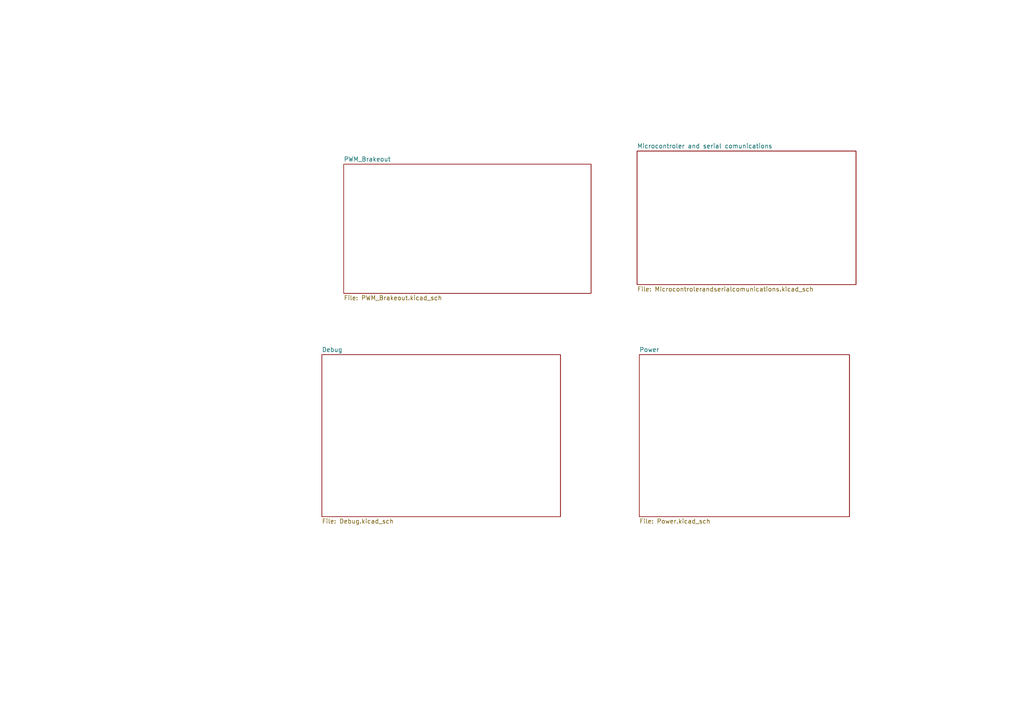
<source format=kicad_sch>
(kicad_sch (version 20211123) (generator eeschema)

  (uuid e63e39d7-6ac0-4ffd-8aa3-1841a4541b55)

  (paper "A4")

  (lib_symbols
  )


  (sheet (at 93.345 102.87) (size 69.215 46.99) (fields_autoplaced)
    (stroke (width 0.1524) (type solid) (color 0 0 0 0))
    (fill (color 0 0 0 0.0000))
    (uuid 2cd8d581-723b-40c1-996d-16e806b7842c)
    (property "Sheet name" "Debug" (id 0) (at 93.345 102.1584 0)
      (effects (font (size 1.27 1.27)) (justify left bottom))
    )
    (property "Sheet file" "Debug.kicad_sch" (id 1) (at 93.345 150.4446 0)
      (effects (font (size 1.27 1.27)) (justify left top))
    )
  )

  (sheet (at 184.785 43.815) (size 63.5 38.735) (fields_autoplaced)
    (stroke (width 0.1524) (type solid) (color 0 0 0 0))
    (fill (color 0 0 0 0.0000))
    (uuid 47041ec0-c65e-4a1d-834d-675a8e23113a)
    (property "Sheet name" "Microcontroler and serial comunications" (id 0) (at 184.785 43.1034 0)
      (effects (font (size 1.27 1.27)) (justify left bottom))
    )
    (property "Sheet file" "Microcontrolerandserialcomunications.kicad_sch" (id 1) (at 184.785 83.1346 0)
      (effects (font (size 1.27 1.27)) (justify left top))
    )
  )

  (sheet (at 185.42 102.87) (size 60.96 46.99) (fields_autoplaced)
    (stroke (width 0.1524) (type solid) (color 0 0 0 0))
    (fill (color 0 0 0 0.0000))
    (uuid 564c43d2-3de0-4d4b-b01f-da9e0ca8e56b)
    (property "Sheet name" "Power" (id 0) (at 185.42 102.1584 0)
      (effects (font (size 1.27 1.27)) (justify left bottom))
    )
    (property "Sheet file" "Power.kicad_sch" (id 1) (at 185.42 150.4446 0)
      (effects (font (size 1.27 1.27)) (justify left top))
    )
  )

  (sheet (at 99.695 47.625) (size 71.755 37.465) (fields_autoplaced)
    (stroke (width 0.1524) (type solid) (color 0 0 0 0))
    (fill (color 0 0 0 0.0000))
    (uuid 683fbb7f-330c-48db-9b1f-a226282ffdda)
    (property "Sheet name" "PWM_Brakeout" (id 0) (at 99.695 46.9134 0)
      (effects (font (size 1.27 1.27)) (justify left bottom))
    )
    (property "Sheet file" "PWM_Brakeout.kicad_sch" (id 1) (at 99.695 85.6746 0)
      (effects (font (size 1.27 1.27)) (justify left top))
    )
  )

  (sheet_instances
    (path "/" (page "1"))
    (path "/47041ec0-c65e-4a1d-834d-675a8e23113a" (page "2"))
    (path "/564c43d2-3de0-4d4b-b01f-da9e0ca8e56b" (page "3"))
    (path "/2cd8d581-723b-40c1-996d-16e806b7842c" (page "4"))
    (path "/683fbb7f-330c-48db-9b1f-a226282ffdda" (page "5"))
  )

  (symbol_instances
    (path "/47041ec0-c65e-4a1d-834d-675a8e23113a/291b383a-7068-4447-b795-d8ae796e7712"
      (reference "#PWR01") (unit 1) (value "VDD") (footprint "")
    )
    (path "/47041ec0-c65e-4a1d-834d-675a8e23113a/82b94870-9fde-4ee0-8871-ca226c2dcb2d"
      (reference "#PWR02") (unit 1) (value "+5V") (footprint "")
    )
    (path "/47041ec0-c65e-4a1d-834d-675a8e23113a/a0343b27-3f67-434c-86ce-2eda7736b87e"
      (reference "#PWR03") (unit 1) (value "GND") (footprint "")
    )
    (path "/47041ec0-c65e-4a1d-834d-675a8e23113a/404ea228-c36b-481f-a4e7-7bcff882a321"
      (reference "#PWR04") (unit 1) (value "GND") (footprint "")
    )
    (path "/47041ec0-c65e-4a1d-834d-675a8e23113a/9fe4f48f-15a9-4084-9f27-331e8f7493b7"
      (reference "#PWR05") (unit 1) (value "+5V") (footprint "")
    )
    (path "/47041ec0-c65e-4a1d-834d-675a8e23113a/bd4b2928-f266-43ea-ac09-2432375218ef"
      (reference "#PWR06") (unit 1) (value "GND") (footprint "")
    )
    (path "/47041ec0-c65e-4a1d-834d-675a8e23113a/094c6bda-eb9a-4344-9d04-8709485f450c"
      (reference "#PWR07") (unit 1) (value "GND") (footprint "")
    )
    (path "/47041ec0-c65e-4a1d-834d-675a8e23113a/ceee434c-7492-40e7-87e7-0a298b8b5880"
      (reference "#PWR08") (unit 1) (value "GND") (footprint "")
    )
    (path "/47041ec0-c65e-4a1d-834d-675a8e23113a/6557b8b1-292f-436a-9596-3bdf12218964"
      (reference "#PWR09") (unit 1) (value "GND") (footprint "")
    )
    (path "/47041ec0-c65e-4a1d-834d-675a8e23113a/80890d28-d1a2-4838-9d14-6ec205b3b50c"
      (reference "#PWR010") (unit 1) (value "+5V") (footprint "")
    )
    (path "/47041ec0-c65e-4a1d-834d-675a8e23113a/4086fbfd-f80b-45ab-ad33-1ed81ae097f7"
      (reference "#PWR011") (unit 1) (value "GND") (footprint "")
    )
    (path "/47041ec0-c65e-4a1d-834d-675a8e23113a/da8a700d-08d7-401c-80d1-6c4ffba9c596"
      (reference "#PWR012") (unit 1) (value "GND") (footprint "")
    )
    (path "/47041ec0-c65e-4a1d-834d-675a8e23113a/82e02234-3597-439c-8bd5-6f5f1655e339"
      (reference "#PWR013") (unit 1) (value "GND") (footprint "")
    )
    (path "/47041ec0-c65e-4a1d-834d-675a8e23113a/97426e2b-834a-4c66-bcb1-a37707875dad"
      (reference "#PWR014") (unit 1) (value "VCC") (footprint "")
    )
    (path "/47041ec0-c65e-4a1d-834d-675a8e23113a/3c5a357e-3e00-4637-bd1c-272d6d32595e"
      (reference "#PWR015") (unit 1) (value "GND") (footprint "")
    )
    (path "/564c43d2-3de0-4d4b-b01f-da9e0ca8e56b/36410eaa-43dc-49e0-a19c-1b03c087cd0b"
      (reference "#PWR016") (unit 1) (value "GND") (footprint "")
    )
    (path "/564c43d2-3de0-4d4b-b01f-da9e0ca8e56b/3e1c69b9-7651-4f21-863a-7e759cc60b6a"
      (reference "#PWR017") (unit 1) (value "+5V") (footprint "")
    )
    (path "/564c43d2-3de0-4d4b-b01f-da9e0ca8e56b/f35b8077-b858-4674-bce0-7707da0dc4e5"
      (reference "#PWR018") (unit 1) (value "GND") (footprint "")
    )
    (path "/2cd8d581-723b-40c1-996d-16e806b7842c/2a1e2584-d086-497a-8946-b9689169938c"
      (reference "#PWR019") (unit 1) (value "GND") (footprint "")
    )
    (path "/683fbb7f-330c-48db-9b1f-a226282ffdda/024f8a07-5b83-48ce-a7c9-a93d6afe4fcc"
      (reference "#PWR?") (unit 1) (value "GND") (footprint "")
    )
    (path "/683fbb7f-330c-48db-9b1f-a226282ffdda/097b4272-0755-4191-ab75-57cd91d3f99c"
      (reference "#PWR?") (unit 1) (value "GND") (footprint "")
    )
    (path "/683fbb7f-330c-48db-9b1f-a226282ffdda/0a332689-13ed-48a0-b38a-8d50cf0ff890"
      (reference "#PWR?") (unit 1) (value "V_B") (footprint "")
    )
    (path "/683fbb7f-330c-48db-9b1f-a226282ffdda/0b90b5d7-8ff8-4b1d-822b-94bcc3661c0f"
      (reference "#PWR?") (unit 1) (value "V_B") (footprint "")
    )
    (path "/683fbb7f-330c-48db-9b1f-a226282ffdda/0f179b8b-8a53-4037-8d9b-732a9f1a9843"
      (reference "#PWR?") (unit 1) (value "V_B") (footprint "")
    )
    (path "/683fbb7f-330c-48db-9b1f-a226282ffdda/135ba2a7-c070-4e54-afa8-92f60a0401d8"
      (reference "#PWR?") (unit 1) (value "GND") (footprint "")
    )
    (path "/683fbb7f-330c-48db-9b1f-a226282ffdda/15c40b07-736e-4bb4-8c3d-bd21dd85e722"
      (reference "#PWR?") (unit 1) (value "V_A") (footprint "")
    )
    (path "/683fbb7f-330c-48db-9b1f-a226282ffdda/29e3ec9f-5a57-4012-921c-1a2f897abe71"
      (reference "#PWR?") (unit 1) (value "GND") (footprint "")
    )
    (path "/683fbb7f-330c-48db-9b1f-a226282ffdda/35f3fdac-b90d-4154-bf9f-9459fc644a02"
      (reference "#PWR?") (unit 1) (value "V_B") (footprint "")
    )
    (path "/683fbb7f-330c-48db-9b1f-a226282ffdda/3e2795e2-aef9-4f63-a3c3-75bda374c634"
      (reference "#PWR?") (unit 1) (value "V_A") (footprint "")
    )
    (path "/683fbb7f-330c-48db-9b1f-a226282ffdda/472c23bc-5994-4d0b-9461-3410206a5d1f"
      (reference "#PWR?") (unit 1) (value "V_B") (footprint "")
    )
    (path "/683fbb7f-330c-48db-9b1f-a226282ffdda/4e599098-904d-486c-b0f7-1b5f6a04728c"
      (reference "#PWR?") (unit 1) (value "GND") (footprint "")
    )
    (path "/683fbb7f-330c-48db-9b1f-a226282ffdda/50fb4ca1-22a3-4466-ab42-e0b30b8cb45f"
      (reference "#PWR?") (unit 1) (value "GND") (footprint "")
    )
    (path "/683fbb7f-330c-48db-9b1f-a226282ffdda/5887ceb7-774d-46f3-84e9-b1a2ad2551a0"
      (reference "#PWR?") (unit 1) (value "V_A") (footprint "")
    )
    (path "/683fbb7f-330c-48db-9b1f-a226282ffdda/60a929f4-19c7-4529-ab50-9624c79235af"
      (reference "#PWR?") (unit 1) (value "V_B") (footprint "")
    )
    (path "/683fbb7f-330c-48db-9b1f-a226282ffdda/67fb34b2-a372-487a-a956-28c5956cec2d"
      (reference "#PWR?") (unit 1) (value "GND") (footprint "")
    )
    (path "/683fbb7f-330c-48db-9b1f-a226282ffdda/6aa82963-5f4c-408d-99e2-3f25669fc0c3"
      (reference "#PWR?") (unit 1) (value "V_A") (footprint "")
    )
    (path "/683fbb7f-330c-48db-9b1f-a226282ffdda/7a97b2df-219a-4974-a015-352af5ce89cf"
      (reference "#PWR?") (unit 1) (value "V_A") (footprint "")
    )
    (path "/683fbb7f-330c-48db-9b1f-a226282ffdda/7f0e2335-82fd-45d8-b3bb-715a72c9ad5b"
      (reference "#PWR?") (unit 1) (value "GND") (footprint "")
    )
    (path "/683fbb7f-330c-48db-9b1f-a226282ffdda/8bdc5de5-f121-4f67-b54a-c9fc97d22790"
      (reference "#PWR?") (unit 1) (value "V_A") (footprint "")
    )
    (path "/683fbb7f-330c-48db-9b1f-a226282ffdda/8e0aaee5-01a5-4be9-8eec-fd2953a02341"
      (reference "#PWR?") (unit 1) (value "V_A") (footprint "")
    )
    (path "/683fbb7f-330c-48db-9b1f-a226282ffdda/9f69b9fb-14c1-48ca-a3bd-6b58563fe08f"
      (reference "#PWR?") (unit 1) (value "GND") (footprint "")
    )
    (path "/683fbb7f-330c-48db-9b1f-a226282ffdda/a566817f-c538-462d-87b9-748a29a60df3"
      (reference "#PWR?") (unit 1) (value "V_B") (footprint "")
    )
    (path "/683fbb7f-330c-48db-9b1f-a226282ffdda/b8a410f9-c415-4b97-92d0-e2cb0f0b6543"
      (reference "#PWR?") (unit 1) (value "V_A") (footprint "")
    )
    (path "/683fbb7f-330c-48db-9b1f-a226282ffdda/bd8223e7-80e0-49e0-bc1a-0283f43e9608"
      (reference "#PWR?") (unit 1) (value "GND") (footprint "")
    )
    (path "/683fbb7f-330c-48db-9b1f-a226282ffdda/c0d157c8-1a8b-4612-821d-710aff7d9c6d"
      (reference "#PWR?") (unit 1) (value "GND") (footprint "")
    )
    (path "/683fbb7f-330c-48db-9b1f-a226282ffdda/c9420713-13dc-46c9-9aae-9f35c6c1b0cb"
      (reference "#PWR?") (unit 1) (value "V_A") (footprint "")
    )
    (path "/683fbb7f-330c-48db-9b1f-a226282ffdda/cc1602e3-bae7-42ae-b7d4-4e08a1837e2a"
      (reference "#PWR?") (unit 1) (value "V_B") (footprint "")
    )
    (path "/683fbb7f-330c-48db-9b1f-a226282ffdda/e902581a-cead-4d97-9cfa-7236acd9d12c"
      (reference "#PWR?") (unit 1) (value "V_B") (footprint "")
    )
    (path "/683fbb7f-330c-48db-9b1f-a226282ffdda/fa6143e9-6b0f-47ca-b5d4-d6173f31ab4f"
      (reference "#PWR?") (unit 1) (value "GND") (footprint "")
    )
    (path "/47041ec0-c65e-4a1d-834d-675a8e23113a/763c1dc6-c0c7-431c-90ce-acee4161600e"
      (reference "C1") (unit 1) (value "1uF") (footprint "Capacitor_SMD:C_0805_2012Metric_Pad1.18x1.45mm_HandSolder")
    )
    (path "/564c43d2-3de0-4d4b-b01f-da9e0ca8e56b/cd4b11ad-c15f-4f6f-94dd-ae13a97d6dfb"
      (reference "C2") (unit 1) (value "10uF") (footprint "Capacitor_SMD:C_0805_2012Metric_Pad1.18x1.45mm_HandSolder")
    )
    (path "/564c43d2-3de0-4d4b-b01f-da9e0ca8e56b/e05f1394-c9aa-4dd1-87f9-4b85db926ab9"
      (reference "C3") (unit 1) (value "10uF") (footprint "Capacitor_SMD:C_0805_2012Metric_Pad1.18x1.45mm_HandSolder")
    )
    (path "/564c43d2-3de0-4d4b-b01f-da9e0ca8e56b/b1142866-a25c-45c8-961d-5afd443845e1"
      (reference "C4") (unit 1) (value "1uF") (footprint "Capacitor_SMD:C_0805_2012Metric_Pad1.18x1.45mm_HandSolder")
    )
    (path "/564c43d2-3de0-4d4b-b01f-da9e0ca8e56b/03d0099a-42b8-404a-813f-8b93b06d2a5c"
      (reference "C5") (unit 1) (value "150Uf") (footprint "")
    )
    (path "/683fbb7f-330c-48db-9b1f-a226282ffdda/1c80bf22-6fea-4f6b-b514-2510e1e87817"
      (reference "C?") (unit 1) (value "10uF") (footprint "")
    )
    (path "/683fbb7f-330c-48db-9b1f-a226282ffdda/6bc4bf24-51ab-4e74-bea7-50037cde7ba9"
      (reference "C?") (unit 1) (value "10uF") (footprint "")
    )
    (path "/683fbb7f-330c-48db-9b1f-a226282ffdda/799c42b6-972e-4625-bc98-be6218e2bb54"
      (reference "C?") (unit 1) (value "150uF") (footprint "")
    )
    (path "/683fbb7f-330c-48db-9b1f-a226282ffdda/bd3baaf4-219d-403e-90fe-4dbd591eda2c"
      (reference "C?") (unit 1) (value "1uF") (footprint "")
    )
    (path "/683fbb7f-330c-48db-9b1f-a226282ffdda/c4cfb9c7-e76c-45ab-928d-1ebe95b26c17"
      (reference "C?") (unit 1) (value "150uF") (footprint "")
    )
    (path "/683fbb7f-330c-48db-9b1f-a226282ffdda/c78f62e9-77f3-47c9-9da7-d5504c18ffbe"
      (reference "C?") (unit 1) (value "1uF") (footprint "")
    )
    (path "/47041ec0-c65e-4a1d-834d-675a8e23113a/a290c427-0bfb-4f57-80f9-09c405976faa"
      (reference "D1") (unit 1) (value "SDA") (footprint "Diode_SMD:D_0805_2012Metric_Pad1.15x1.40mm_HandSolder")
    )
    (path "/47041ec0-c65e-4a1d-834d-675a8e23113a/79bc7c6a-3172-4e38-8a99-cf1214c9fb01"
      (reference "D2") (unit 1) (value "SCL") (footprint "Diode_SMD:D_0805_2012Metric_Pad1.15x1.40mm_HandSolder")
    )
    (path "/47041ec0-c65e-4a1d-834d-675a8e23113a/2ed17aad-6074-40d9-ae87-3055847018ba"
      (reference "D3") (unit 1) (value "1N4148") (footprint "Diode_SMD:D_0805_2012Metric_Pad1.15x1.40mm_HandSolder")
    )
    (path "/47041ec0-c65e-4a1d-834d-675a8e23113a/28387b55-159a-40f3-8b68-de256704a33c"
      (reference "D4") (unit 1) (value "LED") (footprint "Diode_SMD:D_0805_2012Metric_Pad1.15x1.40mm_HandSolder")
    )
    (path "/47041ec0-c65e-4a1d-834d-675a8e23113a/8f17dc7a-f227-484a-b3b6-6cbe66bed033"
      (reference "D5") (unit 1) (value "LED") (footprint "Diode_SMD:D_0805_2012Metric_Pad1.15x1.40mm_HandSolder")
    )
    (path "/564c43d2-3de0-4d4b-b01f-da9e0ca8e56b/a23244bc-53f6-42d4-9bec-2b4f35d62696"
      (reference "D6") (unit 1) (value "LED") (footprint "Diode_SMD:D_0805_2012Metric_Pad1.15x1.40mm_HandSolder")
    )
    (path "/2cd8d581-723b-40c1-996d-16e806b7842c/094a0c1f-b730-467c-a18f-bd93e610cadb"
      (reference "D7") (unit 1) (value "Debug 0") (footprint "Diode_SMD:D_0805_2012Metric_Pad1.15x1.40mm_HandSolder")
    )
    (path "/2cd8d581-723b-40c1-996d-16e806b7842c/e9051a94-4f43-4a04-bc17-d0c2308cd658"
      (reference "D8") (unit 1) (value "Debug 1") (footprint "Diode_SMD:D_0805_2012Metric_Pad1.15x1.40mm_HandSolder")
    )
    (path "/2cd8d581-723b-40c1-996d-16e806b7842c/306259eb-c0d2-484a-bd06-0b7f6cd63912"
      (reference "D9") (unit 1) (value "Debug 2") (footprint "Diode_SMD:D_0805_2012Metric_Pad1.15x1.40mm_HandSolder")
    )
    (path "/2cd8d581-723b-40c1-996d-16e806b7842c/b1000839-194c-4e6c-a633-8f20714c152d"
      (reference "D10") (unit 1) (value "Debug 3") (footprint "Diode_SMD:D_0805_2012Metric_Pad1.15x1.40mm_HandSolder")
    )
    (path "/2cd8d581-723b-40c1-996d-16e806b7842c/78c186a4-ba8c-4e02-9984-fd50f2d12f43"
      (reference "D11") (unit 1) (value "Debug 4") (footprint "Diode_SMD:D_0805_2012Metric_Pad1.15x1.40mm_HandSolder")
    )
    (path "/2cd8d581-723b-40c1-996d-16e806b7842c/7cfc3322-28d8-40e1-9a5f-70fd9cbf9636"
      (reference "D12") (unit 1) (value "Debug 5") (footprint "Diode_SMD:D_0805_2012Metric_Pad1.15x1.40mm_HandSolder")
    )
    (path "/2cd8d581-723b-40c1-996d-16e806b7842c/9ebb28ef-ffc4-4ed2-805f-76802270e3a3"
      (reference "D13") (unit 1) (value "Debug 6") (footprint "Diode_SMD:D_0805_2012Metric_Pad1.15x1.40mm_HandSolder")
    )
    (path "/2cd8d581-723b-40c1-996d-16e806b7842c/7640d25f-05ed-4687-8337-39b6f1e8f871"
      (reference "D14") (unit 1) (value "Debug 7") (footprint "Diode_SMD:D_0805_2012Metric_Pad1.15x1.40mm_HandSolder")
    )
    (path "/683fbb7f-330c-48db-9b1f-a226282ffdda/2dded755-4c4c-43c4-81f0-e0c0e3e63c60"
      (reference "F?") (unit 1) (value "5A") (footprint "")
    )
    (path "/683fbb7f-330c-48db-9b1f-a226282ffdda/58935427-5d38-47ae-9540-6b1468031bd7"
      (reference "F?") (unit 1) (value "5A") (footprint "")
    )
    (path "/683fbb7f-330c-48db-9b1f-a226282ffdda/ace1f601-58ff-4132-9c12-576e0677498c"
      (reference "F?") (unit 1) (value "5A") (footprint "")
    )
    (path "/683fbb7f-330c-48db-9b1f-a226282ffdda/c27993b6-8b85-4343-ba1a-f74021eabdd7"
      (reference "F?") (unit 1) (value "5A") (footprint "")
    )
    (path "/683fbb7f-330c-48db-9b1f-a226282ffdda/d5db72dd-4ca8-4afa-ac6e-b3661354db17"
      (reference "F?") (unit 1) (value "5A") (footprint "")
    )
    (path "/683fbb7f-330c-48db-9b1f-a226282ffdda/d78331d9-b459-48dd-abb8-a2bcf308c448"
      (reference "F?") (unit 1) (value "5A") (footprint "")
    )
    (path "/683fbb7f-330c-48db-9b1f-a226282ffdda/dfcea16b-9c27-449e-b21e-5bba0fa2fb62"
      (reference "F?") (unit 1) (value "5A") (footprint "")
    )
    (path "/683fbb7f-330c-48db-9b1f-a226282ffdda/eb6540c7-5dcb-40cf-a928-14c0714097fa"
      (reference "F?") (unit 1) (value "5A") (footprint "")
    )
    (path "/47041ec0-c65e-4a1d-834d-675a8e23113a/36a7b0ae-4f7f-4a84-91ed-6f8484df0d35"
      (reference "J1") (unit 1) (value "Program") (footprint "Connector_PinHeader_2.54mm:PinHeader_1x05_P2.54mm_Vertical")
    )
    (path "/47041ec0-c65e-4a1d-834d-675a8e23113a/3cfefdc7-1e98-44ba-92a5-05795334118c"
      (reference "J2") (unit 1) (value "RJ45_Shielded") (footprint "footprint library:RJ45_Shieleded_BB")
    )
    (path "/47041ec0-c65e-4a1d-834d-675a8e23113a/c734971e-7233-4a8c-bc02-a453882d3f51"
      (reference "J3") (unit 1) (value "RJ9") (footprint "footprint library:RJ11_BB")
    )
    (path "/47041ec0-c65e-4a1d-834d-675a8e23113a/a5e27e7b-26b7-488b-b092-09317e80d4a4"
      (reference "J4") (unit 1) (value "RJ9") (footprint "footprint library:RJ11_BB")
    )
    (path "/47041ec0-c65e-4a1d-834d-675a8e23113a/5adc4949-7dec-4c03-a7b9-f1965b7c54ef"
      (reference "J5") (unit 1) (value "RJ45_Shielded") (footprint "footprint library:RJ45_Shieleded_BB")
    )
    (path "/47041ec0-c65e-4a1d-834d-675a8e23113a/e1e006e0-c509-43b5-a75b-c6724238bad2"
      (reference "J6") (unit 1) (value "RJ45_Shielded") (footprint "footprint library:RJ45_Shieleded_BB")
    )
    (path "/564c43d2-3de0-4d4b-b01f-da9e0ca8e56b/57e23283-f626-4b0d-871b-f526bf246fa1"
      (reference "J8") (unit 1) (value "PWR IN") (footprint "footprint library:.04_.250_.02x2pinscrew")
    )
    (path "/683fbb7f-330c-48db-9b1f-a226282ffdda/009f2648-4246-46b9-8e7d-df751aaca620"
      (reference "J?") (unit 1) (value "RJ45_Shielded") (footprint "")
    )
    (path "/683fbb7f-330c-48db-9b1f-a226282ffdda/366aae49-3776-4add-83fe-e0a0d672cffc"
      (reference "J?") (unit 1) (value "3PinHeader") (footprint "")
    )
    (path "/683fbb7f-330c-48db-9b1f-a226282ffdda/49a482dd-5eca-4b76-a000-5cbe4ea85c40"
      (reference "J?") (unit 1) (value "3PinHeader") (footprint "")
    )
    (path "/683fbb7f-330c-48db-9b1f-a226282ffdda/79edaf00-a343-46ee-8ba3-822ac6d4cc84"
      (reference "J?") (unit 1) (value "3PinHeader") (footprint "")
    )
    (path "/683fbb7f-330c-48db-9b1f-a226282ffdda/7f3991c8-8c86-45e6-a2f8-fcc77f76f3ac"
      (reference "J?") (unit 1) (value "3PinHeader") (footprint "")
    )
    (path "/683fbb7f-330c-48db-9b1f-a226282ffdda/90fec73b-cf4e-4d49-a1cc-4059c0dfbf4f"
      (reference "J?") (unit 1) (value "2PinHeader") (footprint "")
    )
    (path "/683fbb7f-330c-48db-9b1f-a226282ffdda/9e858c87-db23-4ade-9164-f2fa12ae04f5"
      (reference "J?") (unit 1) (value "3PinHeader") (footprint "")
    )
    (path "/683fbb7f-330c-48db-9b1f-a226282ffdda/a5991598-41f8-4fe2-9d65-0c290571dd49"
      (reference "J?") (unit 1) (value "3PinHeader") (footprint "")
    )
    (path "/47041ec0-c65e-4a1d-834d-675a8e23113a/a9401542-cf01-42e0-bddb-9b7e6b6d08d2"
      (reference "J?") (unit 1) (value "RJ9") (footprint "footprint library:RJ11_BB")
    )
    (path "/683fbb7f-330c-48db-9b1f-a226282ffdda/c2d7c9c0-98a5-49a6-a5b2-4530c3904cb9"
      (reference "J?") (unit 1) (value "3PinHeader") (footprint "")
    )
    (path "/683fbb7f-330c-48db-9b1f-a226282ffdda/c3586abd-3cdc-46c5-aa0e-93b91497e5f1"
      (reference "J?") (unit 1) (value "RJ45_Shielded") (footprint "")
    )
    (path "/683fbb7f-330c-48db-9b1f-a226282ffdda/c98f7576-776e-4993-9735-b63d997bbddb"
      (reference "J?") (unit 1) (value "2PinHeader") (footprint "")
    )
    (path "/683fbb7f-330c-48db-9b1f-a226282ffdda/cc22ed48-03a9-42ac-9842-72768fb00780"
      (reference "J?") (unit 1) (value "2PinHeader") (footprint "")
    )
    (path "/683fbb7f-330c-48db-9b1f-a226282ffdda/cd2f67ca-75e4-4106-b396-8c8d9c4ecfef"
      (reference "J?") (unit 1) (value "3PinHeader") (footprint "")
    )
    (path "/683fbb7f-330c-48db-9b1f-a226282ffdda/f843aa59-5974-45a8-8f1c-4846a2800e32"
      (reference "J?") (unit 1) (value "2PinHeader") (footprint "")
    )
    (path "/47041ec0-c65e-4a1d-834d-675a8e23113a/b5170250-a606-44ae-b951-6d3b6c9f37a7"
      (reference "JP1") (unit 1) (value "Jumper_3_Bridged12") (footprint "Connector_PinHeader_1.00mm:PinHeader_1x03_P1.00mm_Vertical")
    )
    (path "/47041ec0-c65e-4a1d-834d-675a8e23113a/6f78a784-4ebe-4ccb-8745-33ba00fe3cf6"
      (reference "JP2") (unit 1) (value "SDA") (footprint "Connector_PinHeader_2.54mm:PinHeader_1x02_P2.54mm_Vertical")
    )
    (path "/47041ec0-c65e-4a1d-834d-675a8e23113a/72c0c800-5d4d-4bb3-a535-9af4d0b1998c"
      (reference "JP3") (unit 1) (value "Jumper_3_Bridged12") (footprint "Connector_PinHeader_1.00mm:PinHeader_1x03_P1.00mm_Vertical")
    )
    (path "/47041ec0-c65e-4a1d-834d-675a8e23113a/9b5781de-cdeb-4fbe-aeac-0383d32f656b"
      (reference "JP4") (unit 1) (value "SCL") (footprint "Connector_PinHeader_2.54mm:PinHeader_1x02_P2.54mm_Vertical")
    )
    (path "/47041ec0-c65e-4a1d-834d-675a8e23113a/707e62db-8ed4-4d66-a44c-7ad1cb4b1b6c"
      (reference "JP5") (unit 1) (value "Jumper_3_Bridged12") (footprint "Connector_PinHeader_1.00mm:PinHeader_1x03_P1.00mm_Vertical")
    )
    (path "/47041ec0-c65e-4a1d-834d-675a8e23113a/40aa26c6-34a9-4cce-b899-82a2ebf4c7a8"
      (reference "JP6") (unit 1) (value "Jumper_3_Bridged12") (footprint "Connector_PinHeader_1.00mm:PinHeader_1x03_P1.00mm_Vertical")
    )
    (path "/2cd8d581-723b-40c1-996d-16e806b7842c/ae6f7838-7bae-465a-871f-6f6089ceb79b"
      (reference "JP7") (unit 1) (value "Jumper_2_Bridged") (footprint "Connector_PinHeader_1.00mm:PinHeader_1x02_P1.00mm_Vertical")
    )
    (path "/683fbb7f-330c-48db-9b1f-a226282ffdda/092ce8d8-ff68-4972-b6de-b67bdf8f8cc0"
      (reference "JP?") (unit 1) (value "PWR_Select") (footprint "")
    )
    (path "/683fbb7f-330c-48db-9b1f-a226282ffdda/40c38e43-2516-4e16-8a0b-87eb4892d015"
      (reference "JP?") (unit 1) (value "PWR_Select") (footprint "")
    )
    (path "/683fbb7f-330c-48db-9b1f-a226282ffdda/49c2bd15-689c-4974-b8bd-704968448e8d"
      (reference "JP?") (unit 1) (value "R0_Passthrough") (footprint "")
    )
    (path "/683fbb7f-330c-48db-9b1f-a226282ffdda/5238ec0b-6c2d-4507-92d3-6e9455b9d491"
      (reference "JP?") (unit 1) (value "PWR_Select") (footprint "")
    )
    (path "/683fbb7f-330c-48db-9b1f-a226282ffdda/5daf58ee-6192-4ff2-b954-824d28711c1b"
      (reference "JP?") (unit 1) (value "R1_Passthrough") (footprint "")
    )
    (path "/683fbb7f-330c-48db-9b1f-a226282ffdda/69eb9f10-1ee2-4ed6-b741-4c653bba7ca6"
      (reference "JP?") (unit 1) (value "R2_Passthrough") (footprint "")
    )
    (path "/683fbb7f-330c-48db-9b1f-a226282ffdda/6c2dc0b2-8520-42da-b1a6-3e45126bf915"
      (reference "JP?") (unit 1) (value "R6_Passthrough") (footprint "")
    )
    (path "/683fbb7f-330c-48db-9b1f-a226282ffdda/7aee8bed-dad9-427d-a974-51f93a0a0918"
      (reference "JP?") (unit 1) (value "R5_Passthrough") (footprint "")
    )
    (path "/683fbb7f-330c-48db-9b1f-a226282ffdda/80ee1194-58c5-4516-890f-a38cd4c07343"
      (reference "JP?") (unit 1) (value "PWR_Select") (footprint "")
    )
    (path "/683fbb7f-330c-48db-9b1f-a226282ffdda/81de0a83-87ff-4e55-9b74-01186d9d1638"
      (reference "JP?") (unit 1) (value "PWR_Select") (footprint "")
    )
    (path "/683fbb7f-330c-48db-9b1f-a226282ffdda/8261d749-6261-41c6-90b0-e51e66485322"
      (reference "JP?") (unit 1) (value "PWR_Select") (footprint "")
    )
    (path "/683fbb7f-330c-48db-9b1f-a226282ffdda/96b97218-8cca-4d68-a35d-b04b056e6716"
      (reference "JP?") (unit 1) (value "R7_Passthrough") (footprint "")
    )
    (path "/683fbb7f-330c-48db-9b1f-a226282ffdda/b7bf0fad-2ccf-40d5-9321-15bf4a7de380"
      (reference "JP?") (unit 1) (value "R3_Passthrough") (footprint "")
    )
    (path "/683fbb7f-330c-48db-9b1f-a226282ffdda/bfa5fc52-3a8b-48b2-9ded-abcd39bf16be"
      (reference "JP?") (unit 1) (value "PWR_Select") (footprint "")
    )
    (path "/683fbb7f-330c-48db-9b1f-a226282ffdda/cba21845-9be9-41e1-9bff-3ed9b55e760b"
      (reference "JP?") (unit 1) (value "R4_Passthrough") (footprint "")
    )
    (path "/683fbb7f-330c-48db-9b1f-a226282ffdda/f10eede2-6651-4ffa-9815-e39c20f5e40d"
      (reference "JP?") (unit 1) (value "PWR_Select") (footprint "")
    )
    (path "/683fbb7f-330c-48db-9b1f-a226282ffdda/839083c5-7cae-44e6-97f8-2392830eaa43"
      (reference "L?") (unit 1) (value "150uH") (footprint "")
    )
    (path "/683fbb7f-330c-48db-9b1f-a226282ffdda/8c2540a9-805c-4678-afa3-1dcf5be42c06"
      (reference "L?") (unit 1) (value "150uH") (footprint "")
    )
    (path "/683fbb7f-330c-48db-9b1f-a226282ffdda/b4cba736-3cd6-4cc3-b918-ffd829a9c2a2"
      (reference "L?") (unit 1) (value "150uH") (footprint "")
    )
    (path "/683fbb7f-330c-48db-9b1f-a226282ffdda/da77c0ec-fd8c-44ae-ba62-5b1ee4875350"
      (reference "L?") (unit 1) (value "150uH") (footprint "")
    )
    (path "/47041ec0-c65e-4a1d-834d-675a8e23113a/014e6149-3765-4fd2-b2e2-16e3e0ed5406"
      (reference "R1") (unit 1) (value "4.7K") (footprint "Resistor_SMD:R_0805_2012Metric_Pad1.20x1.40mm_HandSolder")
    )
    (path "/47041ec0-c65e-4a1d-834d-675a8e23113a/832eb8de-2aeb-4121-b79e-0de684d01ca4"
      (reference "R2") (unit 1) (value "4.7K") (footprint "Resistor_SMD:R_0805_2012Metric_Pad1.20x1.40mm_HandSolder")
    )
    (path "/47041ec0-c65e-4a1d-834d-675a8e23113a/5d42226a-19f5-4385-83d7-769d8d0028ab"
      (reference "R3") (unit 1) (value "10K") (footprint "Resistor_SMD:R_0805_2012Metric_Pad1.20x1.40mm_HandSolder")
    )
    (path "/47041ec0-c65e-4a1d-834d-675a8e23113a/34fe4630-eb8b-4b2b-9420-64aeb41c379c"
      (reference "R4") (unit 1) (value "4.7K") (footprint "Resistor_SMD:R_0805_2012Metric_Pad1.20x1.40mm_HandSolder")
    )
    (path "/47041ec0-c65e-4a1d-834d-675a8e23113a/f3ec10b1-54eb-49b2-a7ad-a2dae2b6cfc2"
      (reference "R5") (unit 1) (value "4.7K") (footprint "Resistor_SMD:R_0805_2012Metric_Pad1.20x1.40mm_HandSolder")
    )
    (path "/564c43d2-3de0-4d4b-b01f-da9e0ca8e56b/6164ad77-19c4-4a32-85ef-33f7575b8c0f"
      (reference "R6") (unit 1) (value "2.2K") (footprint "Resistor_SMD:R_0805_2012Metric_Pad1.20x1.40mm_HandSolder")
    )
    (path "/2cd8d581-723b-40c1-996d-16e806b7842c/16eb2dc7-5858-4824-8132-5539c8926762"
      (reference "RN1") (unit 1) (value "R_Network08_US") (footprint "Resistor_THT:R_Array_SIP9")
    )
    (path "/47041ec0-c65e-4a1d-834d-675a8e23113a/06653cc5-743c-4bcf-a938-5c7742b76a85"
      (reference "U1") (unit 1) (value "PIC16F1788") (footprint "")
    )
  )
)

</source>
